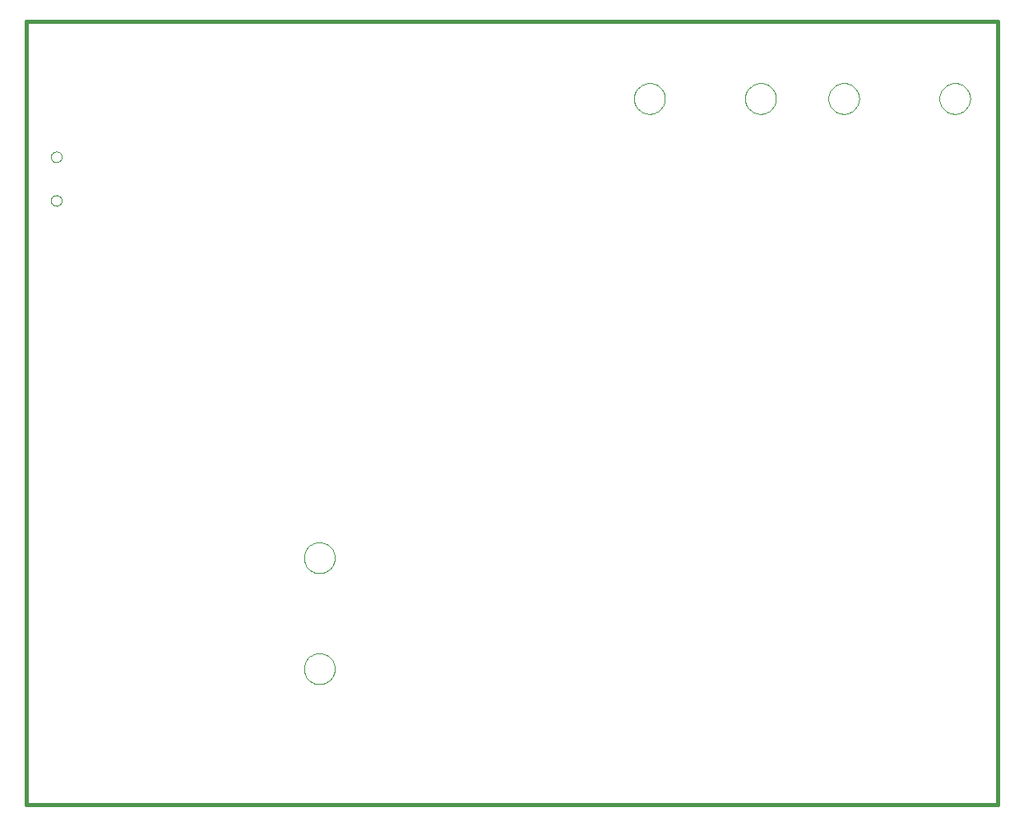
<source format=gtp>
G75*
%MOIN*%
%OFA0B0*%
%FSLAX24Y24*%
%IPPOS*%
%LPD*%
%AMOC8*
5,1,8,0,0,1.08239X$1,22.5*
%
%ADD10C,0.0160*%
%ADD11C,0.0000*%
D10*
X005898Y000275D02*
X005898Y032021D01*
X045268Y032021D01*
X045268Y000275D01*
X005898Y000275D01*
D11*
X017149Y005775D02*
X017151Y005825D01*
X017157Y005874D01*
X017167Y005922D01*
X017180Y005970D01*
X017198Y006017D01*
X017219Y006062D01*
X017243Y006105D01*
X017271Y006146D01*
X017302Y006184D01*
X017336Y006221D01*
X017373Y006254D01*
X017412Y006284D01*
X017454Y006311D01*
X017497Y006335D01*
X017543Y006355D01*
X017590Y006371D01*
X017638Y006384D01*
X017686Y006393D01*
X017736Y006398D01*
X017785Y006399D01*
X017835Y006396D01*
X017884Y006389D01*
X017933Y006378D01*
X017980Y006364D01*
X018026Y006345D01*
X018071Y006323D01*
X018113Y006298D01*
X018154Y006269D01*
X018192Y006238D01*
X018227Y006203D01*
X018260Y006165D01*
X018289Y006126D01*
X018315Y006083D01*
X018338Y006039D01*
X018357Y005994D01*
X018373Y005946D01*
X018385Y005898D01*
X018393Y005849D01*
X018397Y005800D01*
X018397Y005750D01*
X018393Y005701D01*
X018385Y005652D01*
X018373Y005604D01*
X018357Y005556D01*
X018338Y005511D01*
X018315Y005467D01*
X018289Y005424D01*
X018260Y005385D01*
X018227Y005347D01*
X018192Y005312D01*
X018154Y005281D01*
X018113Y005252D01*
X018071Y005227D01*
X018026Y005205D01*
X017980Y005186D01*
X017933Y005172D01*
X017884Y005161D01*
X017835Y005154D01*
X017785Y005151D01*
X017736Y005152D01*
X017686Y005157D01*
X017638Y005166D01*
X017590Y005179D01*
X017543Y005195D01*
X017497Y005215D01*
X017454Y005239D01*
X017412Y005266D01*
X017373Y005296D01*
X017336Y005329D01*
X017302Y005366D01*
X017271Y005404D01*
X017243Y005445D01*
X017219Y005488D01*
X017198Y005533D01*
X017180Y005580D01*
X017167Y005628D01*
X017157Y005676D01*
X017151Y005725D01*
X017149Y005775D01*
X017149Y010275D02*
X017151Y010325D01*
X017157Y010374D01*
X017167Y010422D01*
X017180Y010470D01*
X017198Y010517D01*
X017219Y010562D01*
X017243Y010605D01*
X017271Y010646D01*
X017302Y010684D01*
X017336Y010721D01*
X017373Y010754D01*
X017412Y010784D01*
X017454Y010811D01*
X017497Y010835D01*
X017543Y010855D01*
X017590Y010871D01*
X017638Y010884D01*
X017686Y010893D01*
X017736Y010898D01*
X017785Y010899D01*
X017835Y010896D01*
X017884Y010889D01*
X017933Y010878D01*
X017980Y010864D01*
X018026Y010845D01*
X018071Y010823D01*
X018113Y010798D01*
X018154Y010769D01*
X018192Y010738D01*
X018227Y010703D01*
X018260Y010665D01*
X018289Y010626D01*
X018315Y010583D01*
X018338Y010539D01*
X018357Y010494D01*
X018373Y010446D01*
X018385Y010398D01*
X018393Y010349D01*
X018397Y010300D01*
X018397Y010250D01*
X018393Y010201D01*
X018385Y010152D01*
X018373Y010104D01*
X018357Y010056D01*
X018338Y010011D01*
X018315Y009967D01*
X018289Y009924D01*
X018260Y009885D01*
X018227Y009847D01*
X018192Y009812D01*
X018154Y009781D01*
X018113Y009752D01*
X018071Y009727D01*
X018026Y009705D01*
X017980Y009686D01*
X017933Y009672D01*
X017884Y009661D01*
X017835Y009654D01*
X017785Y009651D01*
X017736Y009652D01*
X017686Y009657D01*
X017638Y009666D01*
X017590Y009679D01*
X017543Y009695D01*
X017497Y009715D01*
X017454Y009739D01*
X017412Y009766D01*
X017373Y009796D01*
X017336Y009829D01*
X017302Y009866D01*
X017271Y009904D01*
X017243Y009945D01*
X017219Y009988D01*
X017198Y010033D01*
X017180Y010080D01*
X017167Y010128D01*
X017157Y010176D01*
X017151Y010225D01*
X017149Y010275D01*
X006892Y024764D02*
X006894Y024793D01*
X006900Y024821D01*
X006909Y024849D01*
X006922Y024875D01*
X006939Y024898D01*
X006958Y024920D01*
X006980Y024939D01*
X007005Y024954D01*
X007031Y024967D01*
X007059Y024975D01*
X007087Y024980D01*
X007116Y024981D01*
X007145Y024978D01*
X007173Y024971D01*
X007200Y024961D01*
X007226Y024947D01*
X007249Y024930D01*
X007270Y024910D01*
X007288Y024887D01*
X007303Y024862D01*
X007314Y024835D01*
X007322Y024807D01*
X007326Y024778D01*
X007326Y024750D01*
X007322Y024721D01*
X007314Y024693D01*
X007303Y024666D01*
X007288Y024641D01*
X007270Y024618D01*
X007249Y024598D01*
X007226Y024581D01*
X007200Y024567D01*
X007173Y024557D01*
X007145Y024550D01*
X007116Y024547D01*
X007087Y024548D01*
X007059Y024553D01*
X007031Y024561D01*
X007005Y024574D01*
X006980Y024589D01*
X006958Y024608D01*
X006939Y024630D01*
X006922Y024653D01*
X006909Y024679D01*
X006900Y024707D01*
X006894Y024735D01*
X006892Y024764D01*
X006892Y026536D02*
X006894Y026565D01*
X006900Y026593D01*
X006909Y026621D01*
X006922Y026647D01*
X006939Y026670D01*
X006958Y026692D01*
X006980Y026711D01*
X007005Y026726D01*
X007031Y026739D01*
X007059Y026747D01*
X007087Y026752D01*
X007116Y026753D01*
X007145Y026750D01*
X007173Y026743D01*
X007200Y026733D01*
X007226Y026719D01*
X007249Y026702D01*
X007270Y026682D01*
X007288Y026659D01*
X007303Y026634D01*
X007314Y026607D01*
X007322Y026579D01*
X007326Y026550D01*
X007326Y026522D01*
X007322Y026493D01*
X007314Y026465D01*
X007303Y026438D01*
X007288Y026413D01*
X007270Y026390D01*
X007249Y026370D01*
X007226Y026353D01*
X007200Y026339D01*
X007173Y026329D01*
X007145Y026322D01*
X007116Y026319D01*
X007087Y026320D01*
X007059Y026325D01*
X007031Y026333D01*
X007005Y026346D01*
X006980Y026361D01*
X006958Y026380D01*
X006939Y026402D01*
X006922Y026425D01*
X006909Y026451D01*
X006900Y026479D01*
X006894Y026507D01*
X006892Y026536D01*
X030524Y028900D02*
X030526Y028950D01*
X030532Y028999D01*
X030542Y029047D01*
X030555Y029095D01*
X030573Y029142D01*
X030594Y029187D01*
X030618Y029230D01*
X030646Y029271D01*
X030677Y029309D01*
X030711Y029346D01*
X030748Y029379D01*
X030787Y029409D01*
X030829Y029436D01*
X030872Y029460D01*
X030918Y029480D01*
X030965Y029496D01*
X031013Y029509D01*
X031061Y029518D01*
X031111Y029523D01*
X031160Y029524D01*
X031210Y029521D01*
X031259Y029514D01*
X031308Y029503D01*
X031355Y029489D01*
X031401Y029470D01*
X031446Y029448D01*
X031488Y029423D01*
X031529Y029394D01*
X031567Y029363D01*
X031602Y029328D01*
X031635Y029290D01*
X031664Y029251D01*
X031690Y029208D01*
X031713Y029164D01*
X031732Y029119D01*
X031748Y029071D01*
X031760Y029023D01*
X031768Y028974D01*
X031772Y028925D01*
X031772Y028875D01*
X031768Y028826D01*
X031760Y028777D01*
X031748Y028729D01*
X031732Y028681D01*
X031713Y028636D01*
X031690Y028592D01*
X031664Y028549D01*
X031635Y028510D01*
X031602Y028472D01*
X031567Y028437D01*
X031529Y028406D01*
X031488Y028377D01*
X031446Y028352D01*
X031401Y028330D01*
X031355Y028311D01*
X031308Y028297D01*
X031259Y028286D01*
X031210Y028279D01*
X031160Y028276D01*
X031111Y028277D01*
X031061Y028282D01*
X031013Y028291D01*
X030965Y028304D01*
X030918Y028320D01*
X030872Y028340D01*
X030829Y028364D01*
X030787Y028391D01*
X030748Y028421D01*
X030711Y028454D01*
X030677Y028491D01*
X030646Y028529D01*
X030618Y028570D01*
X030594Y028613D01*
X030573Y028658D01*
X030555Y028705D01*
X030542Y028753D01*
X030532Y028801D01*
X030526Y028850D01*
X030524Y028900D01*
X035024Y028900D02*
X035026Y028950D01*
X035032Y028999D01*
X035042Y029047D01*
X035055Y029095D01*
X035073Y029142D01*
X035094Y029187D01*
X035118Y029230D01*
X035146Y029271D01*
X035177Y029309D01*
X035211Y029346D01*
X035248Y029379D01*
X035287Y029409D01*
X035329Y029436D01*
X035372Y029460D01*
X035418Y029480D01*
X035465Y029496D01*
X035513Y029509D01*
X035561Y029518D01*
X035611Y029523D01*
X035660Y029524D01*
X035710Y029521D01*
X035759Y029514D01*
X035808Y029503D01*
X035855Y029489D01*
X035901Y029470D01*
X035946Y029448D01*
X035988Y029423D01*
X036029Y029394D01*
X036067Y029363D01*
X036102Y029328D01*
X036135Y029290D01*
X036164Y029251D01*
X036190Y029208D01*
X036213Y029164D01*
X036232Y029119D01*
X036248Y029071D01*
X036260Y029023D01*
X036268Y028974D01*
X036272Y028925D01*
X036272Y028875D01*
X036268Y028826D01*
X036260Y028777D01*
X036248Y028729D01*
X036232Y028681D01*
X036213Y028636D01*
X036190Y028592D01*
X036164Y028549D01*
X036135Y028510D01*
X036102Y028472D01*
X036067Y028437D01*
X036029Y028406D01*
X035988Y028377D01*
X035946Y028352D01*
X035901Y028330D01*
X035855Y028311D01*
X035808Y028297D01*
X035759Y028286D01*
X035710Y028279D01*
X035660Y028276D01*
X035611Y028277D01*
X035561Y028282D01*
X035513Y028291D01*
X035465Y028304D01*
X035418Y028320D01*
X035372Y028340D01*
X035329Y028364D01*
X035287Y028391D01*
X035248Y028421D01*
X035211Y028454D01*
X035177Y028491D01*
X035146Y028529D01*
X035118Y028570D01*
X035094Y028613D01*
X035073Y028658D01*
X035055Y028705D01*
X035042Y028753D01*
X035032Y028801D01*
X035026Y028850D01*
X035024Y028900D01*
X038399Y028900D02*
X038401Y028950D01*
X038407Y028999D01*
X038417Y029047D01*
X038430Y029095D01*
X038448Y029142D01*
X038469Y029187D01*
X038493Y029230D01*
X038521Y029271D01*
X038552Y029309D01*
X038586Y029346D01*
X038623Y029379D01*
X038662Y029409D01*
X038704Y029436D01*
X038747Y029460D01*
X038793Y029480D01*
X038840Y029496D01*
X038888Y029509D01*
X038936Y029518D01*
X038986Y029523D01*
X039035Y029524D01*
X039085Y029521D01*
X039134Y029514D01*
X039183Y029503D01*
X039230Y029489D01*
X039276Y029470D01*
X039321Y029448D01*
X039363Y029423D01*
X039404Y029394D01*
X039442Y029363D01*
X039477Y029328D01*
X039510Y029290D01*
X039539Y029251D01*
X039565Y029208D01*
X039588Y029164D01*
X039607Y029119D01*
X039623Y029071D01*
X039635Y029023D01*
X039643Y028974D01*
X039647Y028925D01*
X039647Y028875D01*
X039643Y028826D01*
X039635Y028777D01*
X039623Y028729D01*
X039607Y028681D01*
X039588Y028636D01*
X039565Y028592D01*
X039539Y028549D01*
X039510Y028510D01*
X039477Y028472D01*
X039442Y028437D01*
X039404Y028406D01*
X039363Y028377D01*
X039321Y028352D01*
X039276Y028330D01*
X039230Y028311D01*
X039183Y028297D01*
X039134Y028286D01*
X039085Y028279D01*
X039035Y028276D01*
X038986Y028277D01*
X038936Y028282D01*
X038888Y028291D01*
X038840Y028304D01*
X038793Y028320D01*
X038747Y028340D01*
X038704Y028364D01*
X038662Y028391D01*
X038623Y028421D01*
X038586Y028454D01*
X038552Y028491D01*
X038521Y028529D01*
X038493Y028570D01*
X038469Y028613D01*
X038448Y028658D01*
X038430Y028705D01*
X038417Y028753D01*
X038407Y028801D01*
X038401Y028850D01*
X038399Y028900D01*
X042899Y028900D02*
X042901Y028950D01*
X042907Y028999D01*
X042917Y029047D01*
X042930Y029095D01*
X042948Y029142D01*
X042969Y029187D01*
X042993Y029230D01*
X043021Y029271D01*
X043052Y029309D01*
X043086Y029346D01*
X043123Y029379D01*
X043162Y029409D01*
X043204Y029436D01*
X043247Y029460D01*
X043293Y029480D01*
X043340Y029496D01*
X043388Y029509D01*
X043436Y029518D01*
X043486Y029523D01*
X043535Y029524D01*
X043585Y029521D01*
X043634Y029514D01*
X043683Y029503D01*
X043730Y029489D01*
X043776Y029470D01*
X043821Y029448D01*
X043863Y029423D01*
X043904Y029394D01*
X043942Y029363D01*
X043977Y029328D01*
X044010Y029290D01*
X044039Y029251D01*
X044065Y029208D01*
X044088Y029164D01*
X044107Y029119D01*
X044123Y029071D01*
X044135Y029023D01*
X044143Y028974D01*
X044147Y028925D01*
X044147Y028875D01*
X044143Y028826D01*
X044135Y028777D01*
X044123Y028729D01*
X044107Y028681D01*
X044088Y028636D01*
X044065Y028592D01*
X044039Y028549D01*
X044010Y028510D01*
X043977Y028472D01*
X043942Y028437D01*
X043904Y028406D01*
X043863Y028377D01*
X043821Y028352D01*
X043776Y028330D01*
X043730Y028311D01*
X043683Y028297D01*
X043634Y028286D01*
X043585Y028279D01*
X043535Y028276D01*
X043486Y028277D01*
X043436Y028282D01*
X043388Y028291D01*
X043340Y028304D01*
X043293Y028320D01*
X043247Y028340D01*
X043204Y028364D01*
X043162Y028391D01*
X043123Y028421D01*
X043086Y028454D01*
X043052Y028491D01*
X043021Y028529D01*
X042993Y028570D01*
X042969Y028613D01*
X042948Y028658D01*
X042930Y028705D01*
X042917Y028753D01*
X042907Y028801D01*
X042901Y028850D01*
X042899Y028900D01*
M02*

</source>
